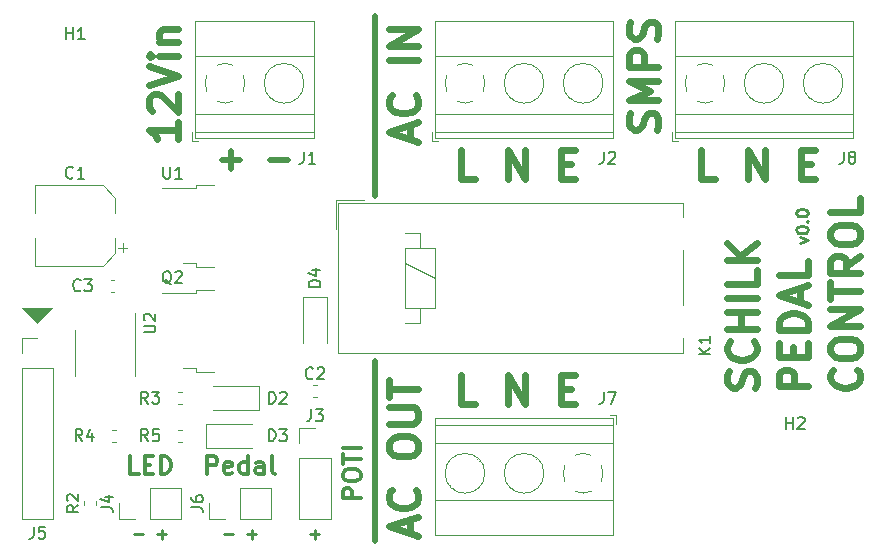
<source format=gbr>
G04 #@! TF.GenerationSoftware,KiCad,Pcbnew,(5.1.5)-3*
G04 #@! TF.CreationDate,2020-09-19T18:20:04+02:00*
G04 #@! TF.ProjectId,PedalCtrl,50656461-6c43-4747-926c-2e6b69636164,v0.0*
G04 #@! TF.SameCoordinates,Original*
G04 #@! TF.FileFunction,Legend,Top*
G04 #@! TF.FilePolarity,Positive*
%FSLAX46Y46*%
G04 Gerber Fmt 4.6, Leading zero omitted, Abs format (unit mm)*
G04 Created by KiCad (PCBNEW (5.1.5)-3) date 2020-09-19 18:20:04*
%MOMM*%
%LPD*%
G04 APERTURE LIST*
%ADD10C,0.250000*%
%ADD11C,0.625000*%
%ADD12C,0.500000*%
%ADD13C,0.100000*%
%ADD14C,0.300000*%
%ADD15C,0.120000*%
%ADD16C,0.150000*%
G04 APERTURE END LIST*
D10*
X229020714Y-38893571D02*
X229687380Y-38655476D01*
X229020714Y-38417380D01*
X228687380Y-37845952D02*
X228687380Y-37750714D01*
X228735000Y-37655476D01*
X228782619Y-37607857D01*
X228877857Y-37560238D01*
X229068333Y-37512619D01*
X229306428Y-37512619D01*
X229496904Y-37560238D01*
X229592142Y-37607857D01*
X229639761Y-37655476D01*
X229687380Y-37750714D01*
X229687380Y-37845952D01*
X229639761Y-37941190D01*
X229592142Y-37988809D01*
X229496904Y-38036428D01*
X229306428Y-38084047D01*
X229068333Y-38084047D01*
X228877857Y-38036428D01*
X228782619Y-37988809D01*
X228735000Y-37941190D01*
X228687380Y-37845952D01*
X229592142Y-37084047D02*
X229639761Y-37036428D01*
X229687380Y-37084047D01*
X229639761Y-37131666D01*
X229592142Y-37084047D01*
X229687380Y-37084047D01*
X228687380Y-36417380D02*
X228687380Y-36322142D01*
X228735000Y-36226904D01*
X228782619Y-36179285D01*
X228877857Y-36131666D01*
X229068333Y-36084047D01*
X229306428Y-36084047D01*
X229496904Y-36131666D01*
X229592142Y-36179285D01*
X229639761Y-36226904D01*
X229687380Y-36322142D01*
X229687380Y-36417380D01*
X229639761Y-36512619D01*
X229592142Y-36560238D01*
X229496904Y-36607857D01*
X229306428Y-36655476D01*
X229068333Y-36655476D01*
X228877857Y-36607857D01*
X228782619Y-36560238D01*
X228735000Y-36512619D01*
X228687380Y-36417380D01*
D11*
X225236904Y-51187559D02*
X225355952Y-50830416D01*
X225355952Y-50235178D01*
X225236904Y-49997083D01*
X225117857Y-49878035D01*
X224879761Y-49758988D01*
X224641666Y-49758988D01*
X224403571Y-49878035D01*
X224284523Y-49997083D01*
X224165476Y-50235178D01*
X224046428Y-50711369D01*
X223927380Y-50949464D01*
X223808333Y-51068511D01*
X223570238Y-51187559D01*
X223332142Y-51187559D01*
X223094047Y-51068511D01*
X222975000Y-50949464D01*
X222855952Y-50711369D01*
X222855952Y-50116130D01*
X222975000Y-49758988D01*
X225117857Y-47258988D02*
X225236904Y-47378035D01*
X225355952Y-47735178D01*
X225355952Y-47973273D01*
X225236904Y-48330416D01*
X224998809Y-48568511D01*
X224760714Y-48687559D01*
X224284523Y-48806607D01*
X223927380Y-48806607D01*
X223451190Y-48687559D01*
X223213095Y-48568511D01*
X222975000Y-48330416D01*
X222855952Y-47973273D01*
X222855952Y-47735178D01*
X222975000Y-47378035D01*
X223094047Y-47258988D01*
X225355952Y-46187559D02*
X222855952Y-46187559D01*
X224046428Y-46187559D02*
X224046428Y-44758988D01*
X225355952Y-44758988D02*
X222855952Y-44758988D01*
X225355952Y-43568511D02*
X222855952Y-43568511D01*
X225355952Y-41187559D02*
X225355952Y-42378035D01*
X222855952Y-42378035D01*
X225355952Y-40354226D02*
X222855952Y-40354226D01*
X225355952Y-38925654D02*
X223927380Y-39997083D01*
X222855952Y-38925654D02*
X224284523Y-40354226D01*
X229730952Y-51068511D02*
X227230952Y-51068511D01*
X227230952Y-50116130D01*
X227350000Y-49878035D01*
X227469047Y-49758988D01*
X227707142Y-49639940D01*
X228064285Y-49639940D01*
X228302380Y-49758988D01*
X228421428Y-49878035D01*
X228540476Y-50116130D01*
X228540476Y-51068511D01*
X228421428Y-48568511D02*
X228421428Y-47735178D01*
X229730952Y-47378035D02*
X229730952Y-48568511D01*
X227230952Y-48568511D01*
X227230952Y-47378035D01*
X229730952Y-46306607D02*
X227230952Y-46306607D01*
X227230952Y-45711369D01*
X227350000Y-45354226D01*
X227588095Y-45116130D01*
X227826190Y-44997083D01*
X228302380Y-44878035D01*
X228659523Y-44878035D01*
X229135714Y-44997083D01*
X229373809Y-45116130D01*
X229611904Y-45354226D01*
X229730952Y-45711369D01*
X229730952Y-46306607D01*
X229016666Y-43925654D02*
X229016666Y-42735178D01*
X229730952Y-44163750D02*
X227230952Y-43330416D01*
X229730952Y-42497083D01*
X229730952Y-40473273D02*
X229730952Y-41663750D01*
X227230952Y-41663750D01*
X233867857Y-49639940D02*
X233986904Y-49758988D01*
X234105952Y-50116130D01*
X234105952Y-50354226D01*
X233986904Y-50711369D01*
X233748809Y-50949464D01*
X233510714Y-51068511D01*
X233034523Y-51187559D01*
X232677380Y-51187559D01*
X232201190Y-51068511D01*
X231963095Y-50949464D01*
X231725000Y-50711369D01*
X231605952Y-50354226D01*
X231605952Y-50116130D01*
X231725000Y-49758988D01*
X231844047Y-49639940D01*
X231605952Y-48092321D02*
X231605952Y-47616130D01*
X231725000Y-47378035D01*
X231963095Y-47139940D01*
X232439285Y-47020892D01*
X233272619Y-47020892D01*
X233748809Y-47139940D01*
X233986904Y-47378035D01*
X234105952Y-47616130D01*
X234105952Y-48092321D01*
X233986904Y-48330416D01*
X233748809Y-48568511D01*
X233272619Y-48687559D01*
X232439285Y-48687559D01*
X231963095Y-48568511D01*
X231725000Y-48330416D01*
X231605952Y-48092321D01*
X234105952Y-45949464D02*
X231605952Y-45949464D01*
X234105952Y-44520892D01*
X231605952Y-44520892D01*
X231605952Y-43687559D02*
X231605952Y-42258988D01*
X234105952Y-42973273D02*
X231605952Y-42973273D01*
X234105952Y-39997083D02*
X232915476Y-40830416D01*
X234105952Y-41425654D02*
X231605952Y-41425654D01*
X231605952Y-40473273D01*
X231725000Y-40235178D01*
X231844047Y-40116130D01*
X232082142Y-39997083D01*
X232439285Y-39997083D01*
X232677380Y-40116130D01*
X232796428Y-40235178D01*
X232915476Y-40473273D01*
X232915476Y-41425654D01*
X231605952Y-38449464D02*
X231605952Y-37973273D01*
X231725000Y-37735178D01*
X231963095Y-37497083D01*
X232439285Y-37378035D01*
X233272619Y-37378035D01*
X233748809Y-37497083D01*
X233986904Y-37735178D01*
X234105952Y-37973273D01*
X234105952Y-38449464D01*
X233986904Y-38687559D01*
X233748809Y-38925654D01*
X233272619Y-39044702D01*
X232439285Y-39044702D01*
X231963095Y-38925654D01*
X231725000Y-38687559D01*
X231605952Y-38449464D01*
X234105952Y-35116130D02*
X234105952Y-36306607D01*
X231605952Y-36306607D01*
D12*
X180118095Y-31892857D02*
X181641904Y-31892857D01*
X180880000Y-32654761D02*
X180880000Y-31130952D01*
X184118095Y-31892857D02*
X185641904Y-31892857D01*
D11*
X176390952Y-28673809D02*
X176390952Y-30102380D01*
X176390952Y-29388095D02*
X173890952Y-29388095D01*
X174248095Y-29626190D01*
X174486190Y-29864285D01*
X174605238Y-30102380D01*
X174129047Y-27721428D02*
X174010000Y-27602380D01*
X173890952Y-27364285D01*
X173890952Y-26769047D01*
X174010000Y-26530952D01*
X174129047Y-26411904D01*
X174367142Y-26292857D01*
X174605238Y-26292857D01*
X174962380Y-26411904D01*
X176390952Y-27840476D01*
X176390952Y-26292857D01*
X173890952Y-25578571D02*
X176390952Y-24745238D01*
X173890952Y-23911904D01*
X176390952Y-23078571D02*
X174724285Y-23078571D01*
X173890952Y-23078571D02*
X174010000Y-23197619D01*
X174129047Y-23078571D01*
X174010000Y-22959523D01*
X173890952Y-23078571D01*
X174129047Y-23078571D01*
X174724285Y-21888095D02*
X176390952Y-21888095D01*
X174962380Y-21888095D02*
X174843333Y-21769047D01*
X174724285Y-21530952D01*
X174724285Y-21173809D01*
X174843333Y-20935714D01*
X175081428Y-20816666D01*
X176390952Y-20816666D01*
X201533571Y-52565952D02*
X200343095Y-52565952D01*
X200343095Y-50065952D01*
X204271666Y-52565952D02*
X204271666Y-50065952D01*
X205700238Y-52565952D01*
X205700238Y-50065952D01*
X208795476Y-51256428D02*
X209628809Y-51256428D01*
X209985952Y-52565952D02*
X208795476Y-52565952D01*
X208795476Y-50065952D01*
X209985952Y-50065952D01*
X221853571Y-33515952D02*
X220663095Y-33515952D01*
X220663095Y-31015952D01*
X224591666Y-33515952D02*
X224591666Y-31015952D01*
X226020238Y-33515952D01*
X226020238Y-31015952D01*
X229115476Y-32206428D02*
X229948809Y-32206428D01*
X230305952Y-33515952D02*
X229115476Y-33515952D01*
X229115476Y-31015952D01*
X230305952Y-31015952D01*
X201533571Y-33515952D02*
X200343095Y-33515952D01*
X200343095Y-31015952D01*
X204271666Y-33515952D02*
X204271666Y-31015952D01*
X205700238Y-33515952D01*
X205700238Y-31015952D01*
X208795476Y-32206428D02*
X209628809Y-32206428D01*
X209985952Y-33515952D02*
X208795476Y-33515952D01*
X208795476Y-31015952D01*
X209985952Y-31015952D01*
D13*
G36*
X164465000Y-45720000D02*
G01*
X163195000Y-44450000D01*
X165735000Y-44450000D01*
X164465000Y-45720000D01*
G37*
X164465000Y-45720000D02*
X163195000Y-44450000D01*
X165735000Y-44450000D01*
X164465000Y-45720000D01*
D10*
X187579047Y-63571428D02*
X188340952Y-63571428D01*
X187960000Y-63952380D02*
X187960000Y-63190476D01*
X180229047Y-63571428D02*
X180990952Y-63571428D01*
X182229047Y-63571428D02*
X182990952Y-63571428D01*
X182610000Y-63952380D02*
X182610000Y-63190476D01*
X172609047Y-63571428D02*
X173370952Y-63571428D01*
X174609047Y-63571428D02*
X175370952Y-63571428D01*
X174990000Y-63952380D02*
X174990000Y-63190476D01*
D14*
X173025714Y-58463571D02*
X172311428Y-58463571D01*
X172311428Y-56963571D01*
X173525714Y-57677857D02*
X174025714Y-57677857D01*
X174240000Y-58463571D02*
X173525714Y-58463571D01*
X173525714Y-56963571D01*
X174240000Y-56963571D01*
X174882857Y-58463571D02*
X174882857Y-56963571D01*
X175240000Y-56963571D01*
X175454285Y-57035000D01*
X175597142Y-57177857D01*
X175668571Y-57320714D01*
X175740000Y-57606428D01*
X175740000Y-57820714D01*
X175668571Y-58106428D01*
X175597142Y-58249285D01*
X175454285Y-58392142D01*
X175240000Y-58463571D01*
X174882857Y-58463571D01*
X178824285Y-58463571D02*
X178824285Y-56963571D01*
X179395714Y-56963571D01*
X179538571Y-57035000D01*
X179610000Y-57106428D01*
X179681428Y-57249285D01*
X179681428Y-57463571D01*
X179610000Y-57606428D01*
X179538571Y-57677857D01*
X179395714Y-57749285D01*
X178824285Y-57749285D01*
X180895714Y-58392142D02*
X180752857Y-58463571D01*
X180467142Y-58463571D01*
X180324285Y-58392142D01*
X180252857Y-58249285D01*
X180252857Y-57677857D01*
X180324285Y-57535000D01*
X180467142Y-57463571D01*
X180752857Y-57463571D01*
X180895714Y-57535000D01*
X180967142Y-57677857D01*
X180967142Y-57820714D01*
X180252857Y-57963571D01*
X182252857Y-58463571D02*
X182252857Y-56963571D01*
X182252857Y-58392142D02*
X182110000Y-58463571D01*
X181824285Y-58463571D01*
X181681428Y-58392142D01*
X181610000Y-58320714D01*
X181538571Y-58177857D01*
X181538571Y-57749285D01*
X181610000Y-57606428D01*
X181681428Y-57535000D01*
X181824285Y-57463571D01*
X182110000Y-57463571D01*
X182252857Y-57535000D01*
X183610000Y-58463571D02*
X183610000Y-57677857D01*
X183538571Y-57535000D01*
X183395714Y-57463571D01*
X183110000Y-57463571D01*
X182967142Y-57535000D01*
X183610000Y-58392142D02*
X183467142Y-58463571D01*
X183110000Y-58463571D01*
X182967142Y-58392142D01*
X182895714Y-58249285D01*
X182895714Y-58106428D01*
X182967142Y-57963571D01*
X183110000Y-57892142D01*
X183467142Y-57892142D01*
X183610000Y-57820714D01*
X184538571Y-58463571D02*
X184395714Y-58392142D01*
X184324285Y-58249285D01*
X184324285Y-56963571D01*
X191813571Y-60527142D02*
X190313571Y-60527142D01*
X190313571Y-59955714D01*
X190385000Y-59812857D01*
X190456428Y-59741428D01*
X190599285Y-59670000D01*
X190813571Y-59670000D01*
X190956428Y-59741428D01*
X191027857Y-59812857D01*
X191099285Y-59955714D01*
X191099285Y-60527142D01*
X190313571Y-58741428D02*
X190313571Y-58455714D01*
X190385000Y-58312857D01*
X190527857Y-58170000D01*
X190813571Y-58098571D01*
X191313571Y-58098571D01*
X191599285Y-58170000D01*
X191742142Y-58312857D01*
X191813571Y-58455714D01*
X191813571Y-58741428D01*
X191742142Y-58884285D01*
X191599285Y-59027142D01*
X191313571Y-59098571D01*
X190813571Y-59098571D01*
X190527857Y-59027142D01*
X190385000Y-58884285D01*
X190313571Y-58741428D01*
X190313571Y-57670000D02*
X190313571Y-56812857D01*
X191813571Y-57241428D02*
X190313571Y-57241428D01*
X191813571Y-56312857D02*
X190313571Y-56312857D01*
D11*
X195996666Y-63519047D02*
X195996666Y-62328571D01*
X196710952Y-63757142D02*
X194210952Y-62923809D01*
X196710952Y-62090476D01*
X196472857Y-59828571D02*
X196591904Y-59947619D01*
X196710952Y-60304761D01*
X196710952Y-60542857D01*
X196591904Y-60900000D01*
X196353809Y-61138095D01*
X196115714Y-61257142D01*
X195639523Y-61376190D01*
X195282380Y-61376190D01*
X194806190Y-61257142D01*
X194568095Y-61138095D01*
X194330000Y-60900000D01*
X194210952Y-60542857D01*
X194210952Y-60304761D01*
X194330000Y-59947619D01*
X194449047Y-59828571D01*
X194210952Y-56376190D02*
X194210952Y-55900000D01*
X194330000Y-55661904D01*
X194568095Y-55423809D01*
X195044285Y-55304761D01*
X195877619Y-55304761D01*
X196353809Y-55423809D01*
X196591904Y-55661904D01*
X196710952Y-55900000D01*
X196710952Y-56376190D01*
X196591904Y-56614285D01*
X196353809Y-56852380D01*
X195877619Y-56971428D01*
X195044285Y-56971428D01*
X194568095Y-56852380D01*
X194330000Y-56614285D01*
X194210952Y-56376190D01*
X194210952Y-54233333D02*
X196234761Y-54233333D01*
X196472857Y-54114285D01*
X196591904Y-53995238D01*
X196710952Y-53757142D01*
X196710952Y-53280952D01*
X196591904Y-53042857D01*
X196472857Y-52923809D01*
X196234761Y-52804761D01*
X194210952Y-52804761D01*
X194210952Y-51971428D02*
X194210952Y-50542857D01*
X196710952Y-51257142D02*
X194210952Y-51257142D01*
X216911904Y-29348333D02*
X217030952Y-28991190D01*
X217030952Y-28395952D01*
X216911904Y-28157857D01*
X216792857Y-28038809D01*
X216554761Y-27919761D01*
X216316666Y-27919761D01*
X216078571Y-28038809D01*
X215959523Y-28157857D01*
X215840476Y-28395952D01*
X215721428Y-28872142D01*
X215602380Y-29110238D01*
X215483333Y-29229285D01*
X215245238Y-29348333D01*
X215007142Y-29348333D01*
X214769047Y-29229285D01*
X214650000Y-29110238D01*
X214530952Y-28872142D01*
X214530952Y-28276904D01*
X214650000Y-27919761D01*
X217030952Y-26848333D02*
X214530952Y-26848333D01*
X216316666Y-26015000D01*
X214530952Y-25181666D01*
X217030952Y-25181666D01*
X217030952Y-23991190D02*
X214530952Y-23991190D01*
X214530952Y-23038809D01*
X214650000Y-22800714D01*
X214769047Y-22681666D01*
X215007142Y-22562619D01*
X215364285Y-22562619D01*
X215602380Y-22681666D01*
X215721428Y-22800714D01*
X215840476Y-23038809D01*
X215840476Y-23991190D01*
X216911904Y-21610238D02*
X217030952Y-21253095D01*
X217030952Y-20657857D01*
X216911904Y-20419761D01*
X216792857Y-20300714D01*
X216554761Y-20181666D01*
X216316666Y-20181666D01*
X216078571Y-20300714D01*
X215959523Y-20419761D01*
X215840476Y-20657857D01*
X215721428Y-21134047D01*
X215602380Y-21372142D01*
X215483333Y-21491190D01*
X215245238Y-21610238D01*
X215007142Y-21610238D01*
X214769047Y-21491190D01*
X214650000Y-21372142D01*
X214530952Y-21134047D01*
X214530952Y-20538809D01*
X214650000Y-20181666D01*
X195996666Y-30102380D02*
X195996666Y-28911904D01*
X196710952Y-30340476D02*
X194210952Y-29507142D01*
X196710952Y-28673809D01*
X196472857Y-26411904D02*
X196591904Y-26530952D01*
X196710952Y-26888095D01*
X196710952Y-27126190D01*
X196591904Y-27483333D01*
X196353809Y-27721428D01*
X196115714Y-27840476D01*
X195639523Y-27959523D01*
X195282380Y-27959523D01*
X194806190Y-27840476D01*
X194568095Y-27721428D01*
X194330000Y-27483333D01*
X194210952Y-27126190D01*
X194210952Y-26888095D01*
X194330000Y-26530952D01*
X194449047Y-26411904D01*
X196710952Y-23435714D02*
X194210952Y-23435714D01*
X196710952Y-22245238D02*
X194210952Y-22245238D01*
X196710952Y-20816666D01*
X194210952Y-20816666D01*
D12*
X193040000Y-64135000D02*
X193040000Y-48895000D01*
X193040000Y-34925000D02*
X193040000Y-19685000D01*
D15*
X179010000Y-62290000D02*
X179010000Y-60960000D01*
X180340000Y-62290000D02*
X179010000Y-62290000D01*
X181610000Y-62290000D02*
X181610000Y-59630000D01*
X181610000Y-59630000D02*
X184210000Y-59630000D01*
X181610000Y-62290000D02*
X184210000Y-62290000D01*
X184210000Y-62290000D02*
X184210000Y-59630000D01*
X171390000Y-62290000D02*
X171390000Y-60960000D01*
X172720000Y-62290000D02*
X171390000Y-62290000D01*
X173990000Y-62290000D02*
X173990000Y-59630000D01*
X173990000Y-59630000D02*
X176590000Y-59630000D01*
X173990000Y-62290000D02*
X176590000Y-62290000D01*
X176590000Y-62290000D02*
X176590000Y-59630000D01*
X186630000Y-54550000D02*
X187960000Y-54550000D01*
X186630000Y-55880000D02*
X186630000Y-54550000D01*
X186630000Y-57150000D02*
X189290000Y-57150000D01*
X189290000Y-57150000D02*
X189290000Y-62290000D01*
X186630000Y-57150000D02*
X186630000Y-62290000D01*
X186630000Y-62290000D02*
X189290000Y-62290000D01*
X172740000Y-48260000D02*
X172740000Y-44810000D01*
X172740000Y-48260000D02*
X172740000Y-50210000D01*
X167620000Y-48260000D02*
X167620000Y-46310000D01*
X167620000Y-48260000D02*
X167620000Y-50210000D01*
X177870000Y-40645000D02*
X176770000Y-40645000D01*
X177870000Y-40915000D02*
X177870000Y-40645000D01*
X179370000Y-40915000D02*
X177870000Y-40915000D01*
X177870000Y-34285000D02*
X175040000Y-34285000D01*
X177870000Y-34015000D02*
X177870000Y-34285000D01*
X179370000Y-34015000D02*
X177870000Y-34015000D01*
X176367221Y-55755000D02*
X176692779Y-55755000D01*
X176367221Y-54735000D02*
X176692779Y-54735000D01*
X170804721Y-55755000D02*
X171130279Y-55755000D01*
X170804721Y-54735000D02*
X171130279Y-54735000D01*
X176367221Y-52580000D02*
X176692779Y-52580000D01*
X176367221Y-51560000D02*
X176692779Y-51560000D01*
X168400000Y-61122779D02*
X168400000Y-60797221D01*
X169420000Y-61122779D02*
X169420000Y-60797221D01*
X177870000Y-49535000D02*
X176770000Y-49535000D01*
X177870000Y-49805000D02*
X177870000Y-49535000D01*
X179370000Y-49805000D02*
X177870000Y-49805000D01*
X177870000Y-43175000D02*
X175040000Y-43175000D01*
X177870000Y-42905000D02*
X177870000Y-43175000D01*
X179370000Y-42905000D02*
X177870000Y-42905000D01*
X195580000Y-39370000D02*
X196850000Y-39370000D01*
X195580000Y-44450000D02*
X195580000Y-39370000D01*
X198120000Y-44450000D02*
X195580000Y-44450000D01*
X198120000Y-39370000D02*
X198120000Y-44450000D01*
X196850000Y-39370000D02*
X198120000Y-39370000D01*
X196850000Y-38100000D02*
X196850000Y-39370000D01*
X195580000Y-38100000D02*
X196850000Y-38100000D01*
X196850000Y-45720000D02*
X195580000Y-45720000D01*
X196850000Y-44450000D02*
X196850000Y-45720000D01*
X195580000Y-40640000D02*
X198120000Y-41910000D01*
X189940000Y-35500000D02*
X219140000Y-35500000D01*
X219140000Y-35500000D02*
X219140000Y-36700000D01*
X219140000Y-39500000D02*
X219140000Y-44200000D01*
X219140000Y-47000000D02*
X219140000Y-48200000D01*
X219140000Y-48200000D02*
X189940000Y-48200000D01*
X189940000Y-48200000D02*
X189940000Y-35500000D01*
X192140000Y-35300000D02*
X189740000Y-35300000D01*
X189740000Y-37700000D02*
X189740000Y-35300000D01*
X218180000Y-30300000D02*
X218680000Y-30300000D01*
X218180000Y-29560000D02*
X218180000Y-30300000D01*
X229753000Y-26423000D02*
X229706000Y-26469000D01*
X232050000Y-24125000D02*
X232015000Y-24161000D01*
X229946000Y-26639000D02*
X229911000Y-26674000D01*
X232255000Y-24331000D02*
X232208000Y-24377000D01*
X224753000Y-26423000D02*
X224706000Y-26469000D01*
X227050000Y-24125000D02*
X227015000Y-24161000D01*
X224946000Y-26639000D02*
X224911000Y-26674000D01*
X227255000Y-24331000D02*
X227208000Y-24377000D01*
X233540000Y-20139000D02*
X233540000Y-30060000D01*
X218420000Y-20139000D02*
X218420000Y-30060000D01*
X218420000Y-30060000D02*
X233540000Y-30060000D01*
X218420000Y-20139000D02*
X233540000Y-20139000D01*
X218420000Y-23099000D02*
X233540000Y-23099000D01*
X218420000Y-28000000D02*
X233540000Y-28000000D01*
X218420000Y-29500000D02*
X233540000Y-29500000D01*
X232660000Y-25400000D02*
G75*
G03X232660000Y-25400000I-1680000J0D01*
G01*
X227660000Y-25400000D02*
G75*
G03X227660000Y-25400000I-1680000J0D01*
G01*
X221008805Y-27080253D02*
G75*
G02X220296000Y-26935000I-28805J1680253D01*
G01*
X219444574Y-26083042D02*
G75*
G02X219445000Y-24716000I1535426J683042D01*
G01*
X220296958Y-23864574D02*
G75*
G02X221664000Y-23865000I683042J-1535426D01*
G01*
X222515426Y-24716958D02*
G75*
G02X222515000Y-26084000I-1535426J-683042D01*
G01*
X221663318Y-26934756D02*
G75*
G02X220980000Y-27080000I-683318J1534756D01*
G01*
X213460000Y-53520000D02*
X212960000Y-53520000D01*
X213460000Y-54260000D02*
X213460000Y-53520000D01*
X201887000Y-57397000D02*
X201934000Y-57351000D01*
X199590000Y-59695000D02*
X199625000Y-59659000D01*
X201694000Y-57181000D02*
X201729000Y-57146000D01*
X199385000Y-59489000D02*
X199432000Y-59443000D01*
X206887000Y-57397000D02*
X206934000Y-57351000D01*
X204590000Y-59695000D02*
X204625000Y-59659000D01*
X206694000Y-57181000D02*
X206729000Y-57146000D01*
X204385000Y-59489000D02*
X204432000Y-59443000D01*
X198100000Y-63681000D02*
X198100000Y-53760000D01*
X213220000Y-63681000D02*
X213220000Y-53760000D01*
X213220000Y-53760000D02*
X198100000Y-53760000D01*
X213220000Y-63681000D02*
X198100000Y-63681000D01*
X213220000Y-60721000D02*
X198100000Y-60721000D01*
X213220000Y-55820000D02*
X198100000Y-55820000D01*
X213220000Y-54320000D02*
X198100000Y-54320000D01*
X202340000Y-58420000D02*
G75*
G03X202340000Y-58420000I-1680000J0D01*
G01*
X207340000Y-58420000D02*
G75*
G03X207340000Y-58420000I-1680000J0D01*
G01*
X210631195Y-56739747D02*
G75*
G02X211344000Y-56885000I28805J-1680253D01*
G01*
X212195426Y-57736958D02*
G75*
G02X212195000Y-59104000I-1535426J-683042D01*
G01*
X211343042Y-59955426D02*
G75*
G02X209976000Y-59955000I-683042J1535426D01*
G01*
X209124574Y-59103042D02*
G75*
G02X209125000Y-57736000I1535426J683042D01*
G01*
X209976682Y-56885244D02*
G75*
G02X210660000Y-56740000I683318J-1534756D01*
G01*
X163135000Y-46930000D02*
X164465000Y-46930000D01*
X163135000Y-48260000D02*
X163135000Y-46930000D01*
X163135000Y-49530000D02*
X165795000Y-49530000D01*
X165795000Y-49530000D02*
X165795000Y-62290000D01*
X163135000Y-49530000D02*
X163135000Y-62290000D01*
X163135000Y-62290000D02*
X165795000Y-62290000D01*
X197860000Y-30300000D02*
X198360000Y-30300000D01*
X197860000Y-29560000D02*
X197860000Y-30300000D01*
X209433000Y-26423000D02*
X209386000Y-26469000D01*
X211730000Y-24125000D02*
X211695000Y-24161000D01*
X209626000Y-26639000D02*
X209591000Y-26674000D01*
X211935000Y-24331000D02*
X211888000Y-24377000D01*
X204433000Y-26423000D02*
X204386000Y-26469000D01*
X206730000Y-24125000D02*
X206695000Y-24161000D01*
X204626000Y-26639000D02*
X204591000Y-26674000D01*
X206935000Y-24331000D02*
X206888000Y-24377000D01*
X213220000Y-20139000D02*
X213220000Y-30060000D01*
X198100000Y-20139000D02*
X198100000Y-30060000D01*
X198100000Y-30060000D02*
X213220000Y-30060000D01*
X198100000Y-20139000D02*
X213220000Y-20139000D01*
X198100000Y-23099000D02*
X213220000Y-23099000D01*
X198100000Y-28000000D02*
X213220000Y-28000000D01*
X198100000Y-29500000D02*
X213220000Y-29500000D01*
X212340000Y-25400000D02*
G75*
G03X212340000Y-25400000I-1680000J0D01*
G01*
X207340000Y-25400000D02*
G75*
G03X207340000Y-25400000I-1680000J0D01*
G01*
X200688805Y-27080253D02*
G75*
G02X199976000Y-26935000I-28805J1680253D01*
G01*
X199124574Y-26083042D02*
G75*
G02X199125000Y-24716000I1535426J683042D01*
G01*
X199976958Y-23864574D02*
G75*
G02X201344000Y-23865000I683042J-1535426D01*
G01*
X202195426Y-24716958D02*
G75*
G02X202195000Y-26084000I-1535426J-683042D01*
G01*
X201343318Y-26934756D02*
G75*
G02X200660000Y-27080000I-683318J1534756D01*
G01*
X177540000Y-30300000D02*
X178040000Y-30300000D01*
X177540000Y-29560000D02*
X177540000Y-30300000D01*
X184113000Y-26423000D02*
X184066000Y-26469000D01*
X186410000Y-24125000D02*
X186375000Y-24161000D01*
X184306000Y-26639000D02*
X184271000Y-26674000D01*
X186615000Y-24331000D02*
X186568000Y-24377000D01*
X187900000Y-20139000D02*
X187900000Y-30060000D01*
X177780000Y-20139000D02*
X177780000Y-30060000D01*
X177780000Y-30060000D02*
X187900000Y-30060000D01*
X177780000Y-20139000D02*
X187900000Y-20139000D01*
X177780000Y-23099000D02*
X187900000Y-23099000D01*
X177780000Y-28000000D02*
X187900000Y-28000000D01*
X177780000Y-29500000D02*
X187900000Y-29500000D01*
X187020000Y-25400000D02*
G75*
G03X187020000Y-25400000I-1680000J0D01*
G01*
X180368805Y-27080253D02*
G75*
G02X179656000Y-26935000I-28805J1680253D01*
G01*
X178804574Y-26083042D02*
G75*
G02X178805000Y-24716000I1535426J683042D01*
G01*
X179656958Y-23864574D02*
G75*
G02X181024000Y-23865000I683042J-1535426D01*
G01*
X181875426Y-24716958D02*
G75*
G02X181875000Y-26084000I-1535426J-683042D01*
G01*
X181023318Y-26934756D02*
G75*
G02X180340000Y-27080000I-683318J1534756D01*
G01*
X188960000Y-43520000D02*
X188960000Y-47370000D01*
X186960000Y-43520000D02*
X186960000Y-47370000D01*
X188960000Y-43520000D02*
X186960000Y-43520000D01*
X178725000Y-54245000D02*
X182625000Y-54245000D01*
X178725000Y-56245000D02*
X182625000Y-56245000D01*
X178725000Y-54245000D02*
X178725000Y-56245000D01*
X183225000Y-53070000D02*
X179325000Y-53070000D01*
X183225000Y-51070000D02*
X179325000Y-51070000D01*
X183225000Y-53070000D02*
X183225000Y-51070000D01*
X170977779Y-42035000D02*
X170652221Y-42035000D01*
X170977779Y-43055000D02*
X170652221Y-43055000D01*
X187797221Y-51945000D02*
X188122779Y-51945000D01*
X187797221Y-50925000D02*
X188122779Y-50925000D01*
X171683750Y-39706250D02*
X171683750Y-38918750D01*
X172077500Y-39312500D02*
X171290000Y-39312500D01*
X171050000Y-35119437D02*
X169985563Y-34055000D01*
X171050000Y-39810563D02*
X169985563Y-40875000D01*
X171050000Y-39810563D02*
X171050000Y-38525000D01*
X171050000Y-35119437D02*
X171050000Y-36405000D01*
X169985563Y-34055000D02*
X164230000Y-34055000D01*
X169985563Y-40875000D02*
X164230000Y-40875000D01*
X164230000Y-40875000D02*
X164230000Y-38525000D01*
X164230000Y-34055000D02*
X164230000Y-36405000D01*
D16*
X227838095Y-54672380D02*
X227838095Y-53672380D01*
X227838095Y-54148571D02*
X228409523Y-54148571D01*
X228409523Y-54672380D02*
X228409523Y-53672380D01*
X228838095Y-53767619D02*
X228885714Y-53720000D01*
X228980952Y-53672380D01*
X229219047Y-53672380D01*
X229314285Y-53720000D01*
X229361904Y-53767619D01*
X229409523Y-53862857D01*
X229409523Y-53958095D01*
X229361904Y-54100952D01*
X228790476Y-54672380D01*
X229409523Y-54672380D01*
X166878095Y-21652380D02*
X166878095Y-20652380D01*
X166878095Y-21128571D02*
X167449523Y-21128571D01*
X167449523Y-21652380D02*
X167449523Y-20652380D01*
X168449523Y-21652380D02*
X167878095Y-21652380D01*
X168163809Y-21652380D02*
X168163809Y-20652380D01*
X168068571Y-20795238D01*
X167973333Y-20890476D01*
X167878095Y-20938095D01*
X177462380Y-61293333D02*
X178176666Y-61293333D01*
X178319523Y-61340952D01*
X178414761Y-61436190D01*
X178462380Y-61579047D01*
X178462380Y-61674285D01*
X177462380Y-60388571D02*
X177462380Y-60579047D01*
X177510000Y-60674285D01*
X177557619Y-60721904D01*
X177700476Y-60817142D01*
X177890952Y-60864761D01*
X178271904Y-60864761D01*
X178367142Y-60817142D01*
X178414761Y-60769523D01*
X178462380Y-60674285D01*
X178462380Y-60483809D01*
X178414761Y-60388571D01*
X178367142Y-60340952D01*
X178271904Y-60293333D01*
X178033809Y-60293333D01*
X177938571Y-60340952D01*
X177890952Y-60388571D01*
X177843333Y-60483809D01*
X177843333Y-60674285D01*
X177890952Y-60769523D01*
X177938571Y-60817142D01*
X178033809Y-60864761D01*
X169842380Y-61293333D02*
X170556666Y-61293333D01*
X170699523Y-61340952D01*
X170794761Y-61436190D01*
X170842380Y-61579047D01*
X170842380Y-61674285D01*
X170175714Y-60388571D02*
X170842380Y-60388571D01*
X169794761Y-60626666D02*
X170509047Y-60864761D01*
X170509047Y-60245714D01*
X187626666Y-53002380D02*
X187626666Y-53716666D01*
X187579047Y-53859523D01*
X187483809Y-53954761D01*
X187340952Y-54002380D01*
X187245714Y-54002380D01*
X188007619Y-53002380D02*
X188626666Y-53002380D01*
X188293333Y-53383333D01*
X188436190Y-53383333D01*
X188531428Y-53430952D01*
X188579047Y-53478571D01*
X188626666Y-53573809D01*
X188626666Y-53811904D01*
X188579047Y-53907142D01*
X188531428Y-53954761D01*
X188436190Y-54002380D01*
X188150476Y-54002380D01*
X188055238Y-53954761D01*
X188007619Y-53907142D01*
X173442380Y-46481904D02*
X174251904Y-46481904D01*
X174347142Y-46434285D01*
X174394761Y-46386666D01*
X174442380Y-46291428D01*
X174442380Y-46100952D01*
X174394761Y-46005714D01*
X174347142Y-45958095D01*
X174251904Y-45910476D01*
X173442380Y-45910476D01*
X173537619Y-45481904D02*
X173490000Y-45434285D01*
X173442380Y-45339047D01*
X173442380Y-45100952D01*
X173490000Y-45005714D01*
X173537619Y-44958095D01*
X173632857Y-44910476D01*
X173728095Y-44910476D01*
X173870952Y-44958095D01*
X174442380Y-45529523D01*
X174442380Y-44910476D01*
X175133095Y-32472380D02*
X175133095Y-33281904D01*
X175180714Y-33377142D01*
X175228333Y-33424761D01*
X175323571Y-33472380D01*
X175514047Y-33472380D01*
X175609285Y-33424761D01*
X175656904Y-33377142D01*
X175704523Y-33281904D01*
X175704523Y-32472380D01*
X176704523Y-33472380D02*
X176133095Y-33472380D01*
X176418809Y-33472380D02*
X176418809Y-32472380D01*
X176323571Y-32615238D01*
X176228333Y-32710476D01*
X176133095Y-32758095D01*
X173823333Y-55697380D02*
X173490000Y-55221190D01*
X173251904Y-55697380D02*
X173251904Y-54697380D01*
X173632857Y-54697380D01*
X173728095Y-54745000D01*
X173775714Y-54792619D01*
X173823333Y-54887857D01*
X173823333Y-55030714D01*
X173775714Y-55125952D01*
X173728095Y-55173571D01*
X173632857Y-55221190D01*
X173251904Y-55221190D01*
X174728095Y-54697380D02*
X174251904Y-54697380D01*
X174204285Y-55173571D01*
X174251904Y-55125952D01*
X174347142Y-55078333D01*
X174585238Y-55078333D01*
X174680476Y-55125952D01*
X174728095Y-55173571D01*
X174775714Y-55268809D01*
X174775714Y-55506904D01*
X174728095Y-55602142D01*
X174680476Y-55649761D01*
X174585238Y-55697380D01*
X174347142Y-55697380D01*
X174251904Y-55649761D01*
X174204285Y-55602142D01*
X168260833Y-55697380D02*
X167927500Y-55221190D01*
X167689404Y-55697380D02*
X167689404Y-54697380D01*
X168070357Y-54697380D01*
X168165595Y-54745000D01*
X168213214Y-54792619D01*
X168260833Y-54887857D01*
X168260833Y-55030714D01*
X168213214Y-55125952D01*
X168165595Y-55173571D01*
X168070357Y-55221190D01*
X167689404Y-55221190D01*
X169117976Y-55030714D02*
X169117976Y-55697380D01*
X168879880Y-54649761D02*
X168641785Y-55364047D01*
X169260833Y-55364047D01*
X173823333Y-52522380D02*
X173490000Y-52046190D01*
X173251904Y-52522380D02*
X173251904Y-51522380D01*
X173632857Y-51522380D01*
X173728095Y-51570000D01*
X173775714Y-51617619D01*
X173823333Y-51712857D01*
X173823333Y-51855714D01*
X173775714Y-51950952D01*
X173728095Y-51998571D01*
X173632857Y-52046190D01*
X173251904Y-52046190D01*
X174156666Y-51522380D02*
X174775714Y-51522380D01*
X174442380Y-51903333D01*
X174585238Y-51903333D01*
X174680476Y-51950952D01*
X174728095Y-51998571D01*
X174775714Y-52093809D01*
X174775714Y-52331904D01*
X174728095Y-52427142D01*
X174680476Y-52474761D01*
X174585238Y-52522380D01*
X174299523Y-52522380D01*
X174204285Y-52474761D01*
X174156666Y-52427142D01*
X167932380Y-61126666D02*
X167456190Y-61460000D01*
X167932380Y-61698095D02*
X166932380Y-61698095D01*
X166932380Y-61317142D01*
X166980000Y-61221904D01*
X167027619Y-61174285D01*
X167122857Y-61126666D01*
X167265714Y-61126666D01*
X167360952Y-61174285D01*
X167408571Y-61221904D01*
X167456190Y-61317142D01*
X167456190Y-61698095D01*
X167027619Y-60745714D02*
X166980000Y-60698095D01*
X166932380Y-60602857D01*
X166932380Y-60364761D01*
X166980000Y-60269523D01*
X167027619Y-60221904D01*
X167122857Y-60174285D01*
X167218095Y-60174285D01*
X167360952Y-60221904D01*
X167932380Y-60793333D01*
X167932380Y-60174285D01*
X175799761Y-42402619D02*
X175704523Y-42355000D01*
X175609285Y-42259761D01*
X175466428Y-42116904D01*
X175371190Y-42069285D01*
X175275952Y-42069285D01*
X175323571Y-42307380D02*
X175228333Y-42259761D01*
X175133095Y-42164523D01*
X175085476Y-41974047D01*
X175085476Y-41640714D01*
X175133095Y-41450238D01*
X175228333Y-41355000D01*
X175323571Y-41307380D01*
X175514047Y-41307380D01*
X175609285Y-41355000D01*
X175704523Y-41450238D01*
X175752142Y-41640714D01*
X175752142Y-41974047D01*
X175704523Y-42164523D01*
X175609285Y-42259761D01*
X175514047Y-42307380D01*
X175323571Y-42307380D01*
X176133095Y-41402619D02*
X176180714Y-41355000D01*
X176275952Y-41307380D01*
X176514047Y-41307380D01*
X176609285Y-41355000D01*
X176656904Y-41402619D01*
X176704523Y-41497857D01*
X176704523Y-41593095D01*
X176656904Y-41735952D01*
X176085476Y-42307380D01*
X176704523Y-42307380D01*
X221432380Y-48363095D02*
X220432380Y-48363095D01*
X221432380Y-47791666D02*
X220860952Y-48220238D01*
X220432380Y-47791666D02*
X221003809Y-48363095D01*
X221432380Y-46839285D02*
X221432380Y-47410714D01*
X221432380Y-47125000D02*
X220432380Y-47125000D01*
X220575238Y-47220238D01*
X220670476Y-47315476D01*
X220718095Y-47410714D01*
X232711666Y-31202380D02*
X232711666Y-31916666D01*
X232664047Y-32059523D01*
X232568809Y-32154761D01*
X232425952Y-32202380D01*
X232330714Y-32202380D01*
X233330714Y-31630952D02*
X233235476Y-31583333D01*
X233187857Y-31535714D01*
X233140238Y-31440476D01*
X233140238Y-31392857D01*
X233187857Y-31297619D01*
X233235476Y-31250000D01*
X233330714Y-31202380D01*
X233521190Y-31202380D01*
X233616428Y-31250000D01*
X233664047Y-31297619D01*
X233711666Y-31392857D01*
X233711666Y-31440476D01*
X233664047Y-31535714D01*
X233616428Y-31583333D01*
X233521190Y-31630952D01*
X233330714Y-31630952D01*
X233235476Y-31678571D01*
X233187857Y-31726190D01*
X233140238Y-31821428D01*
X233140238Y-32011904D01*
X233187857Y-32107142D01*
X233235476Y-32154761D01*
X233330714Y-32202380D01*
X233521190Y-32202380D01*
X233616428Y-32154761D01*
X233664047Y-32107142D01*
X233711666Y-32011904D01*
X233711666Y-31821428D01*
X233664047Y-31726190D01*
X233616428Y-31678571D01*
X233521190Y-31630952D01*
X212391666Y-51522380D02*
X212391666Y-52236666D01*
X212344047Y-52379523D01*
X212248809Y-52474761D01*
X212105952Y-52522380D01*
X212010714Y-52522380D01*
X212772619Y-51522380D02*
X213439285Y-51522380D01*
X213010714Y-52522380D01*
X164131666Y-62952380D02*
X164131666Y-63666666D01*
X164084047Y-63809523D01*
X163988809Y-63904761D01*
X163845952Y-63952380D01*
X163750714Y-63952380D01*
X165084047Y-62952380D02*
X164607857Y-62952380D01*
X164560238Y-63428571D01*
X164607857Y-63380952D01*
X164703095Y-63333333D01*
X164941190Y-63333333D01*
X165036428Y-63380952D01*
X165084047Y-63428571D01*
X165131666Y-63523809D01*
X165131666Y-63761904D01*
X165084047Y-63857142D01*
X165036428Y-63904761D01*
X164941190Y-63952380D01*
X164703095Y-63952380D01*
X164607857Y-63904761D01*
X164560238Y-63857142D01*
X212391666Y-31202380D02*
X212391666Y-31916666D01*
X212344047Y-32059523D01*
X212248809Y-32154761D01*
X212105952Y-32202380D01*
X212010714Y-32202380D01*
X212820238Y-31297619D02*
X212867857Y-31250000D01*
X212963095Y-31202380D01*
X213201190Y-31202380D01*
X213296428Y-31250000D01*
X213344047Y-31297619D01*
X213391666Y-31392857D01*
X213391666Y-31488095D01*
X213344047Y-31630952D01*
X212772619Y-32202380D01*
X213391666Y-32202380D01*
X186991666Y-31202380D02*
X186991666Y-31916666D01*
X186944047Y-32059523D01*
X186848809Y-32154761D01*
X186705952Y-32202380D01*
X186610714Y-32202380D01*
X187991666Y-32202380D02*
X187420238Y-32202380D01*
X187705952Y-32202380D02*
X187705952Y-31202380D01*
X187610714Y-31345238D01*
X187515476Y-31440476D01*
X187420238Y-31488095D01*
X188412380Y-42648095D02*
X187412380Y-42648095D01*
X187412380Y-42410000D01*
X187460000Y-42267142D01*
X187555238Y-42171904D01*
X187650476Y-42124285D01*
X187840952Y-42076666D01*
X187983809Y-42076666D01*
X188174285Y-42124285D01*
X188269523Y-42171904D01*
X188364761Y-42267142D01*
X188412380Y-42410000D01*
X188412380Y-42648095D01*
X187745714Y-41219523D02*
X188412380Y-41219523D01*
X187364761Y-41457619D02*
X188079047Y-41695714D01*
X188079047Y-41076666D01*
X184046904Y-55697380D02*
X184046904Y-54697380D01*
X184285000Y-54697380D01*
X184427857Y-54745000D01*
X184523095Y-54840238D01*
X184570714Y-54935476D01*
X184618333Y-55125952D01*
X184618333Y-55268809D01*
X184570714Y-55459285D01*
X184523095Y-55554523D01*
X184427857Y-55649761D01*
X184285000Y-55697380D01*
X184046904Y-55697380D01*
X184951666Y-54697380D02*
X185570714Y-54697380D01*
X185237380Y-55078333D01*
X185380238Y-55078333D01*
X185475476Y-55125952D01*
X185523095Y-55173571D01*
X185570714Y-55268809D01*
X185570714Y-55506904D01*
X185523095Y-55602142D01*
X185475476Y-55649761D01*
X185380238Y-55697380D01*
X185094523Y-55697380D01*
X184999285Y-55649761D01*
X184951666Y-55602142D01*
X184046904Y-52522380D02*
X184046904Y-51522380D01*
X184285000Y-51522380D01*
X184427857Y-51570000D01*
X184523095Y-51665238D01*
X184570714Y-51760476D01*
X184618333Y-51950952D01*
X184618333Y-52093809D01*
X184570714Y-52284285D01*
X184523095Y-52379523D01*
X184427857Y-52474761D01*
X184285000Y-52522380D01*
X184046904Y-52522380D01*
X184999285Y-51617619D02*
X185046904Y-51570000D01*
X185142142Y-51522380D01*
X185380238Y-51522380D01*
X185475476Y-51570000D01*
X185523095Y-51617619D01*
X185570714Y-51712857D01*
X185570714Y-51808095D01*
X185523095Y-51950952D01*
X184951666Y-52522380D01*
X185570714Y-52522380D01*
X168108333Y-42902142D02*
X168060714Y-42949761D01*
X167917857Y-42997380D01*
X167822619Y-42997380D01*
X167679761Y-42949761D01*
X167584523Y-42854523D01*
X167536904Y-42759285D01*
X167489285Y-42568809D01*
X167489285Y-42425952D01*
X167536904Y-42235476D01*
X167584523Y-42140238D01*
X167679761Y-42045000D01*
X167822619Y-41997380D01*
X167917857Y-41997380D01*
X168060714Y-42045000D01*
X168108333Y-42092619D01*
X168441666Y-41997380D02*
X169060714Y-41997380D01*
X168727380Y-42378333D01*
X168870238Y-42378333D01*
X168965476Y-42425952D01*
X169013095Y-42473571D01*
X169060714Y-42568809D01*
X169060714Y-42806904D01*
X169013095Y-42902142D01*
X168965476Y-42949761D01*
X168870238Y-42997380D01*
X168584523Y-42997380D01*
X168489285Y-42949761D01*
X168441666Y-42902142D01*
X187793333Y-50362142D02*
X187745714Y-50409761D01*
X187602857Y-50457380D01*
X187507619Y-50457380D01*
X187364761Y-50409761D01*
X187269523Y-50314523D01*
X187221904Y-50219285D01*
X187174285Y-50028809D01*
X187174285Y-49885952D01*
X187221904Y-49695476D01*
X187269523Y-49600238D01*
X187364761Y-49505000D01*
X187507619Y-49457380D01*
X187602857Y-49457380D01*
X187745714Y-49505000D01*
X187793333Y-49552619D01*
X188174285Y-49552619D02*
X188221904Y-49505000D01*
X188317142Y-49457380D01*
X188555238Y-49457380D01*
X188650476Y-49505000D01*
X188698095Y-49552619D01*
X188745714Y-49647857D01*
X188745714Y-49743095D01*
X188698095Y-49885952D01*
X188126666Y-50457380D01*
X188745714Y-50457380D01*
X167473333Y-33377142D02*
X167425714Y-33424761D01*
X167282857Y-33472380D01*
X167187619Y-33472380D01*
X167044761Y-33424761D01*
X166949523Y-33329523D01*
X166901904Y-33234285D01*
X166854285Y-33043809D01*
X166854285Y-32900952D01*
X166901904Y-32710476D01*
X166949523Y-32615238D01*
X167044761Y-32520000D01*
X167187619Y-32472380D01*
X167282857Y-32472380D01*
X167425714Y-32520000D01*
X167473333Y-32567619D01*
X168425714Y-33472380D02*
X167854285Y-33472380D01*
X168140000Y-33472380D02*
X168140000Y-32472380D01*
X168044761Y-32615238D01*
X167949523Y-32710476D01*
X167854285Y-32758095D01*
M02*

</source>
